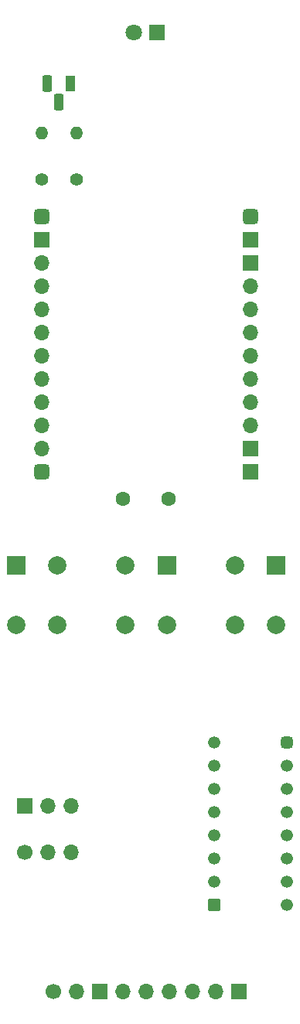
<source format=gbr>
%TF.GenerationSoftware,KiCad,Pcbnew,7.0.6-0*%
%TF.CreationDate,2023-11-08T08:02:50-08:00*%
%TF.ProjectId,s3,73332e6b-6963-4616-945f-706362585858,rev?*%
%TF.SameCoordinates,Original*%
%TF.FileFunction,Soldermask,Bot*%
%TF.FilePolarity,Negative*%
%FSLAX46Y46*%
G04 Gerber Fmt 4.6, Leading zero omitted, Abs format (unit mm)*
G04 Created by KiCad (PCBNEW 7.0.6-0) date 2023-11-08 08:02:50*
%MOMM*%
%LPD*%
G01*
G04 APERTURE LIST*
G04 Aperture macros list*
%AMRoundRect*
0 Rectangle with rounded corners*
0 $1 Rounding radius*
0 $2 $3 $4 $5 $6 $7 $8 $9 X,Y pos of 4 corners*
0 Add a 4 corners polygon primitive as box body*
4,1,4,$2,$3,$4,$5,$6,$7,$8,$9,$2,$3,0*
0 Add four circle primitives for the rounded corners*
1,1,$1+$1,$2,$3*
1,1,$1+$1,$4,$5*
1,1,$1+$1,$6,$7*
1,1,$1+$1,$8,$9*
0 Add four rect primitives between the rounded corners*
20,1,$1+$1,$2,$3,$4,$5,0*
20,1,$1+$1,$4,$5,$6,$7,0*
20,1,$1+$1,$6,$7,$8,$9,0*
20,1,$1+$1,$8,$9,$2,$3,0*%
G04 Aperture macros list end*
%ADD10C,1.400000*%
%ADD11O,1.400000X1.400000*%
%ADD12C,1.700000*%
%ADD13O,1.700000X1.700000*%
%ADD14R,1.700000X1.700000*%
%ADD15C,2.000000*%
%ADD16R,2.000000X2.000000*%
%ADD17R,1.100000X1.800000*%
%ADD18RoundRect,0.275000X0.275000X0.625000X-0.275000X0.625000X-0.275000X-0.625000X0.275000X-0.625000X0*%
%ADD19RoundRect,0.384500X-0.282500X-0.282500X0.282500X-0.282500X0.282500X0.282500X-0.282500X0.282500X0*%
%ADD20C,1.334000*%
%ADD21RoundRect,0.102000X-0.565000X-0.565000X0.565000X-0.565000X0.565000X0.565000X-0.565000X0.565000X0*%
%ADD22C,1.600000*%
%ADD23C,1.800000*%
%ADD24R,1.800000X1.800000*%
%ADD25RoundRect,0.425000X-0.425000X-0.425000X0.425000X-0.425000X0.425000X0.425000X-0.425000X0.425000X0*%
G04 APERTURE END LIST*
D10*
%TO.C,3.3ohm*%
X202565000Y-61595000D03*
D11*
X202565000Y-56515000D03*
%TD*%
D12*
%TO.C,INMP441 2*%
X196917000Y-135225000D03*
D13*
X199457000Y-135225000D03*
X201997000Y-135225000D03*
%TD*%
D14*
%TO.C,ANO Rotary*%
X205105000Y-150495000D03*
X220345000Y-150495000D03*
D12*
X200025000Y-150495000D03*
D13*
X202565000Y-150495000D03*
X207645000Y-150495000D03*
X210185000Y-150495000D03*
X212725000Y-150495000D03*
X215265000Y-150495000D03*
X217805000Y-150495000D03*
%TD*%
D15*
%TO.C,SW6*%
X195986020Y-110335004D03*
D16*
X195986020Y-103835004D03*
D15*
X200486020Y-110335004D03*
X200486020Y-103835004D03*
%TD*%
D17*
%TO.C,NPN*%
X201930000Y-51035000D03*
D18*
X200660000Y-53105000D03*
X199390000Y-51035000D03*
%TD*%
D19*
%TO.C,PCF8574N*%
X225585000Y-123190000D03*
D20*
X217645000Y-123190000D03*
X217645000Y-125730000D03*
X217645000Y-128270000D03*
D21*
X217645000Y-140970000D03*
D20*
X225585000Y-130810000D03*
X217645000Y-130810000D03*
X217645000Y-133350000D03*
X217645000Y-135890000D03*
X217645000Y-138430000D03*
X225585000Y-140970000D03*
X225585000Y-138430000D03*
X225585000Y-135890000D03*
X225585000Y-133350000D03*
X225585000Y-128270000D03*
X225585000Y-125730000D03*
%TD*%
D10*
%TO.C,2.5ohm*%
X198755000Y-61595000D03*
D11*
X198755000Y-56515000D03*
%TD*%
D15*
%TO.C,SW8*%
X219954436Y-110336007D03*
X219954436Y-103836007D03*
X224454436Y-110336007D03*
D16*
X224454436Y-103836007D03*
%TD*%
D22*
%TO.C,Cap*%
X207645000Y-96520000D03*
X212645000Y-96520000D03*
%TD*%
D23*
%TO.C,5MM IR LED*%
X208843066Y-45453472D03*
D24*
X211383066Y-45453472D03*
%TD*%
D15*
%TO.C,SW7*%
X207954436Y-110335525D03*
X207954436Y-103835525D03*
X212454436Y-110335525D03*
D16*
X212454436Y-103835525D03*
%TD*%
D13*
%TO.C,TDisplayS3*%
X198765756Y-70736891D03*
X198765756Y-73276891D03*
X198765756Y-75816891D03*
D25*
X198765756Y-65656891D03*
D13*
X198765756Y-78356891D03*
X198765756Y-80896891D03*
X198765756Y-83436891D03*
X198765756Y-85976891D03*
X198765756Y-88516891D03*
X198765756Y-91056891D03*
D25*
X198765756Y-93596891D03*
D14*
X198765756Y-68196891D03*
%TD*%
D25*
%TO.C,REF\u002A\u002A*%
X221625756Y-65657409D03*
D14*
X221625756Y-68197409D03*
X221625756Y-70737409D03*
D13*
X221625756Y-73277409D03*
X221625756Y-75817409D03*
X221625756Y-78357409D03*
X221625756Y-80897409D03*
X221625756Y-83437409D03*
X221625756Y-85977409D03*
X221625756Y-88517409D03*
D14*
X221625756Y-91057409D03*
X221625756Y-93597409D03*
%TD*%
%TO.C,INMP441*%
X196917000Y-130145000D03*
D13*
X199457000Y-130145000D03*
X201997000Y-130145000D03*
%TD*%
M02*

</source>
